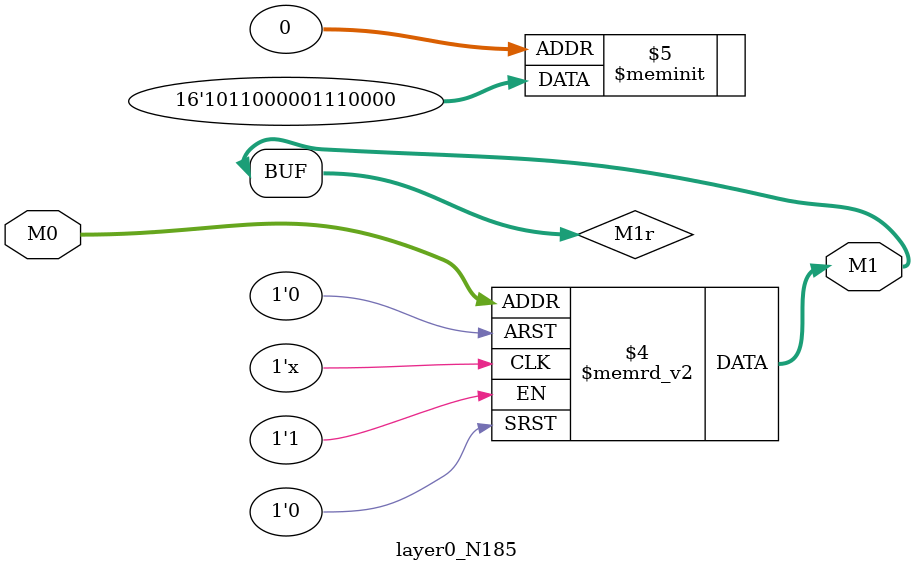
<source format=v>
module layer0_N185 ( input [2:0] M0, output [1:0] M1 );

	(*rom_style = "distributed" *) reg [1:0] M1r;
	assign M1 = M1r;
	always @ (M0) begin
		case (M0)
			3'b000: M1r = 2'b00;
			3'b100: M1r = 2'b00;
			3'b010: M1r = 2'b11;
			3'b110: M1r = 2'b11;
			3'b001: M1r = 2'b00;
			3'b101: M1r = 2'b00;
			3'b011: M1r = 2'b01;
			3'b111: M1r = 2'b10;

		endcase
	end
endmodule

</source>
